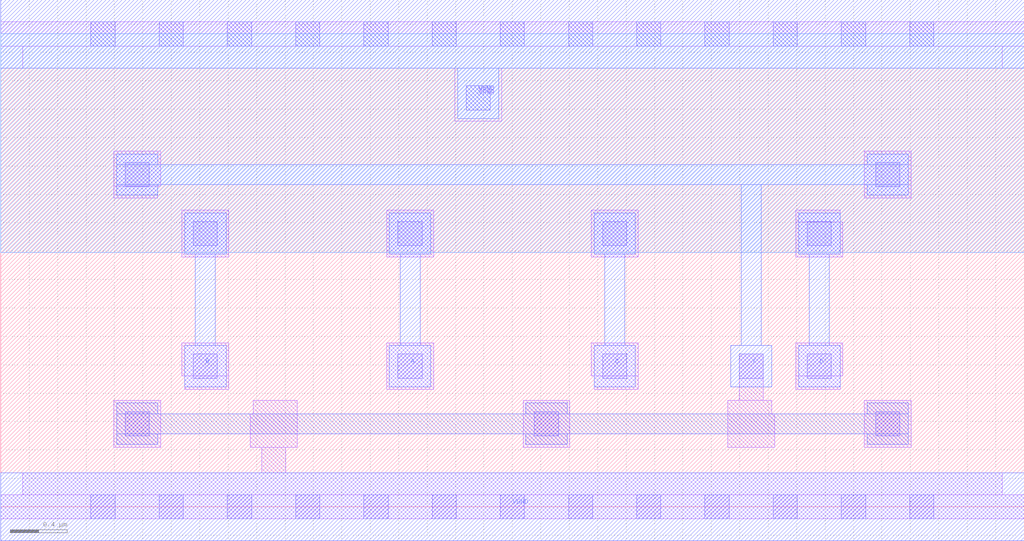
<source format=lef>
VERSION 5.7 ;
  NOWIREEXTENSIONATPIN ON ;
  DIVIDERCHAR "/" ;
  BUSBITCHARS "[]" ;
MACRO OAI22X1
  CLASS CORE ;
  FOREIGN OAI22X1 ;
  ORIGIN 0.000 0.000 ;
  SIZE 7.200 BY 3.330 ;
  SYMMETRY X Y ;
  SITE unit ;
  PIN A
    ANTENNAGATEAREA 0.189000 ;
    PORT
      LAYER met1 ;
        RECT 2.735 1.780 3.025 2.070 ;
        RECT 2.810 1.135 2.950 1.780 ;
        RECT 2.735 0.845 3.025 1.135 ;
    END
  END A
  PIN B
    ANTENNAGATEAREA 0.189000 ;
    PORT
      LAYER met1 ;
        RECT 1.295 1.780 1.585 2.070 ;
        RECT 1.370 1.135 1.510 1.780 ;
        RECT 1.295 0.845 1.585 1.135 ;
    END
  END B
  PIN C
    ANTENNAGATEAREA 0.189000 ;
    PORT
      LAYER met1 ;
        RECT 4.175 1.780 4.465 2.070 ;
        RECT 4.250 1.135 4.390 1.780 ;
        RECT 4.175 0.845 4.465 1.135 ;
    END
  END C
  PIN D
    ANTENNAGATEAREA 0.189000 ;
    PORT
      LAYER met1 ;
        RECT 5.615 1.780 5.905 2.070 ;
        RECT 5.690 1.135 5.830 1.780 ;
        RECT 5.615 0.845 5.905 1.135 ;
    END
  END D
  PIN VGND
    ANTENNADIFFAREA 0.562100 ;
    PORT
      LAYER met1 ;
        RECT 0.000 -0.240 7.200 0.240 ;
    END
    PORT
      LAYER met1 ;
        RECT 0.000 3.090 7.200 3.570 ;
        RECT 3.215 2.735 3.505 3.090 ;
    END
  END VGND
  PIN VPWR
    ANTENNADIFFAREA 1.083600 ;
    PORT
      LAYER li1 ;
        RECT 0.000 3.245 7.200 3.415 ;
        RECT 0.155 3.090 7.045 3.245 ;
        RECT 3.195 2.715 3.525 3.090 ;
      LAYER mcon ;
        RECT 0.635 3.245 0.805 3.415 ;
        RECT 1.115 3.245 1.285 3.415 ;
        RECT 1.595 3.245 1.765 3.415 ;
        RECT 2.075 3.245 2.245 3.415 ;
        RECT 2.555 3.245 2.725 3.415 ;
        RECT 3.035 3.245 3.205 3.415 ;
        RECT 3.515 3.245 3.685 3.415 ;
        RECT 3.995 3.245 4.165 3.415 ;
        RECT 4.475 3.245 4.645 3.415 ;
        RECT 4.955 3.245 5.125 3.415 ;
        RECT 5.435 3.245 5.605 3.415 ;
        RECT 5.915 3.245 6.085 3.415 ;
        RECT 6.395 3.245 6.565 3.415 ;
        RECT 3.275 2.795 3.445 2.965 ;
    END
  END VPWR
  PIN Y
    ANTENNADIFFAREA 1.921200 ;
    PORT
      LAYER met1 ;
        RECT 0.815 2.410 1.105 2.485 ;
        RECT 6.095 2.410 6.385 2.485 ;
        RECT 0.815 2.270 6.385 2.410 ;
        RECT 0.815 2.195 1.105 2.270 ;
        RECT 5.210 1.135 5.350 2.270 ;
        RECT 6.095 2.195 6.385 2.270 ;
        RECT 5.135 0.845 5.425 1.135 ;
    END
  END Y
  OBS
      LAYER nwell ;
        RECT 0.000 1.790 7.200 3.330 ;
      LAYER li1 ;
        RECT 0.795 2.260 1.125 2.505 ;
        RECT 0.795 2.175 1.105 2.260 ;
        RECT 6.075 2.175 6.405 2.505 ;
        RECT 1.275 1.760 1.605 2.090 ;
        RECT 2.715 1.760 3.045 2.090 ;
        RECT 4.155 1.760 4.485 2.090 ;
        RECT 5.595 2.005 5.905 2.090 ;
        RECT 5.595 1.760 5.925 2.005 ;
        RECT 1.275 0.920 1.605 1.155 ;
        RECT 1.295 0.825 1.605 0.920 ;
        RECT 2.715 0.825 3.045 1.155 ;
        RECT 4.155 0.920 4.485 1.155 ;
        RECT 4.175 0.825 4.485 0.920 ;
        RECT 5.195 0.750 5.365 1.075 ;
        RECT 5.595 0.920 5.925 1.155 ;
        RECT 5.595 0.825 5.905 0.920 ;
        RECT 0.795 0.420 1.125 0.750 ;
        RECT 1.775 0.655 2.085 0.750 ;
        RECT 1.755 0.420 2.085 0.655 ;
        RECT 3.675 0.420 4.005 0.750 ;
        RECT 5.115 0.655 5.425 0.750 ;
        RECT 5.115 0.420 5.445 0.655 ;
        RECT 6.075 0.420 6.405 0.750 ;
        RECT 1.835 0.240 2.005 0.420 ;
        RECT 0.155 0.085 7.045 0.240 ;
        RECT 0.000 -0.085 7.200 0.085 ;
      LAYER mcon ;
        RECT 0.875 2.255 1.045 2.425 ;
        RECT 6.155 2.255 6.325 2.425 ;
        RECT 1.355 1.840 1.525 2.010 ;
        RECT 2.795 1.840 2.965 2.010 ;
        RECT 4.235 1.840 4.405 2.010 ;
        RECT 5.675 1.840 5.845 2.010 ;
        RECT 1.355 0.905 1.525 1.075 ;
        RECT 2.795 0.905 2.965 1.075 ;
        RECT 4.235 0.905 4.405 1.075 ;
        RECT 5.195 0.905 5.365 1.075 ;
        RECT 5.675 0.905 5.845 1.075 ;
        RECT 0.875 0.500 1.045 0.670 ;
        RECT 3.755 0.500 3.925 0.670 ;
        RECT 6.155 0.500 6.325 0.670 ;
        RECT 0.635 -0.085 0.805 0.085 ;
        RECT 1.115 -0.085 1.285 0.085 ;
        RECT 1.595 -0.085 1.765 0.085 ;
        RECT 2.075 -0.085 2.245 0.085 ;
        RECT 2.555 -0.085 2.725 0.085 ;
        RECT 3.035 -0.085 3.205 0.085 ;
        RECT 3.515 -0.085 3.685 0.085 ;
        RECT 3.995 -0.085 4.165 0.085 ;
        RECT 4.475 -0.085 4.645 0.085 ;
        RECT 4.955 -0.085 5.125 0.085 ;
        RECT 5.435 -0.085 5.605 0.085 ;
        RECT 5.915 -0.085 6.085 0.085 ;
        RECT 6.395 -0.085 6.565 0.085 ;
      LAYER met1 ;
        RECT 0.815 0.655 1.105 0.730 ;
        RECT 3.695 0.655 3.985 0.730 ;
        RECT 6.095 0.655 6.385 0.730 ;
        RECT 0.815 0.515 6.385 0.655 ;
        RECT 0.815 0.440 1.105 0.515 ;
        RECT 3.695 0.440 3.985 0.515 ;
        RECT 6.095 0.440 6.385 0.515 ;
  END
END OAI22X1
END LIBRARY


</source>
